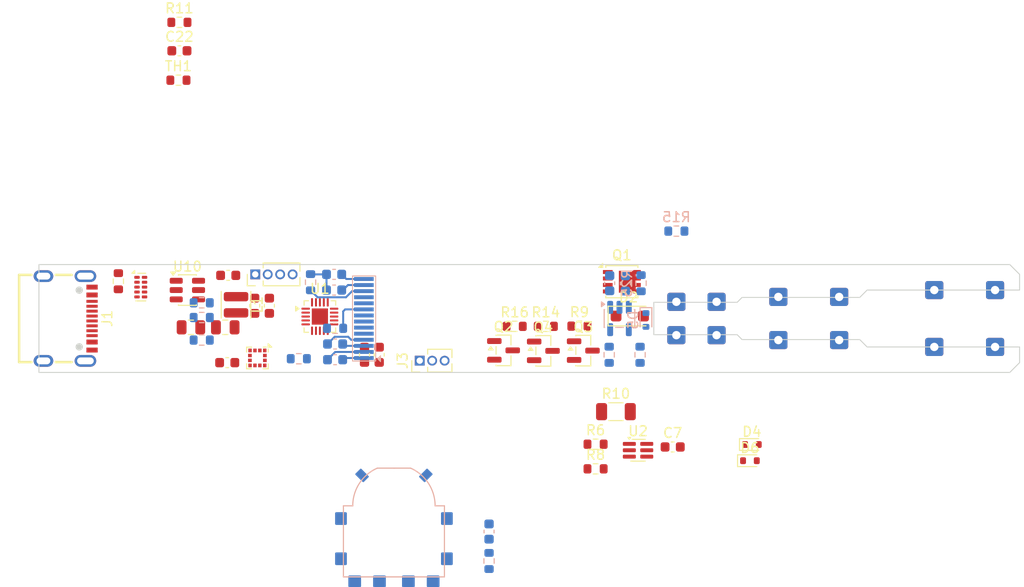
<source format=kicad_pcb>
(kicad_pcb
	(version 20241229)
	(generator "pcbnew")
	(generator_version "9.0")
	(general
		(thickness 1.6)
		(legacy_teardrops no)
	)
	(paper "A4")
	(layers
		(0 "F.Cu" signal)
		(4 "In1.Cu" signal)
		(6 "In2.Cu" signal)
		(2 "B.Cu" signal)
		(9 "F.Adhes" user "F.Adhesive")
		(11 "B.Adhes" user "B.Adhesive")
		(13 "F.Paste" user)
		(15 "B.Paste" user)
		(5 "F.SilkS" user "F.Silkscreen")
		(7 "B.SilkS" user "B.Silkscreen")
		(1 "F.Mask" user)
		(3 "B.Mask" user)
		(17 "Dwgs.User" user "User.Drawings")
		(19 "Cmts.User" user "User.Comments")
		(21 "Eco1.User" user "User.Eco1")
		(23 "Eco2.User" user "User.Eco2")
		(25 "Edge.Cuts" user)
		(27 "Margin" user)
		(31 "F.CrtYd" user "F.Courtyard")
		(29 "B.CrtYd" user "B.Courtyard")
		(35 "F.Fab" user)
		(33 "B.Fab" user)
		(39 "User.1" user)
		(41 "User.2" user)
		(43 "User.3" user)
		(45 "User.4" user)
	)
	(setup
		(stackup
			(layer "F.SilkS"
				(type "Top Silk Screen")
				(color "Black")
			)
			(layer "F.Paste"
				(type "Top Solder Paste")
			)
			(layer "F.Mask"
				(type "Top Solder Mask")
				(color "White")
				(thickness 0.01)
			)
			(layer "F.Cu"
				(type "copper")
				(thickness 0.035)
			)
			(layer "dielectric 1"
				(type "prepreg")
				(thickness 0.1)
				(material "FR4")
				(epsilon_r 4.5)
				(loss_tangent 0.02)
			)
			(layer "In1.Cu"
				(type "copper")
				(thickness 0.035)
			)
			(layer "dielectric 2"
				(type "core")
				(thickness 1.24)
				(material "FR4")
				(epsilon_r 4.5)
				(loss_tangent 0.02)
			)
			(layer "In2.Cu"
				(type "copper")
				(thickness 0.035)
			)
			(layer "dielectric 3"
				(type "prepreg")
				(thickness 0.1)
				(material "FR4")
				(epsilon_r 4.5)
				(loss_tangent 0.02)
			)
			(layer "B.Cu"
				(type "copper")
				(thickness 0.035)
			)
			(layer "B.Mask"
				(type "Bottom Solder Mask")
				(thickness 0.01)
			)
			(layer "B.Paste"
				(type "Bottom Solder Paste")
			)
			(layer "B.SilkS"
				(type "Bottom Silk Screen")
			)
			(copper_finish "None")
			(dielectric_constraints no)
		)
		(pad_to_mask_clearance 0)
		(allow_soldermask_bridges_in_footprints no)
		(tenting front back)
		(grid_origin 100.5 158.2)
		(pcbplotparams
			(layerselection 0x00000000_00000000_55555555_5755f5ff)
			(plot_on_all_layers_selection 0x00000000_00000000_00000000_00000000)
			(disableapertmacros no)
			(usegerberextensions no)
			(usegerberattributes yes)
			(usegerberadvancedattributes yes)
			(creategerberjobfile yes)
			(dashed_line_dash_ratio 12.000000)
			(dashed_line_gap_ratio 3.000000)
			(svgprecision 4)
			(plotframeref no)
			(mode 1)
			(useauxorigin no)
			(hpglpennumber 1)
			(hpglpenspeed 20)
			(hpglpendiameter 15.000000)
			(pdf_front_fp_property_popups yes)
			(pdf_back_fp_property_popups yes)
			(pdf_metadata yes)
			(pdf_single_document no)
			(dxfpolygonmode yes)
			(dxfimperialunits yes)
			(dxfusepcbnewfont yes)
			(psnegative no)
			(psa4output no)
			(plot_black_and_white yes)
			(sketchpadsonfab no)
			(plotpadnumbers no)
			(hidednponfab no)
			(sketchdnponfab yes)
			(crossoutdnponfab yes)
			(subtractmaskfromsilk no)
			(outputformat 1)
			(mirror no)
			(drillshape 1)
			(scaleselection 1)
			(outputdirectory "")
		)
	)
	(net 0 "")
	(net 1 "+3.3V")
	(net 2 "GND")
	(net 3 "VBUS")
	(net 4 "Net-(U10-SW)")
	(net 5 "Net-(U10-BST)")
	(net 6 "/BTN")
	(net 7 "/ENC_B")
	(net 8 "/VTIP")
	(net 9 "/TC_FB")
	(net 10 "/BOOTSEL")
	(net 11 "Net-(C27-Pad2)")
	(net 12 "/SCL")
	(net 13 "/DISP_NRST")
	(net 14 "/SDA")
	(net 15 "/ENC_A")
	(net 16 "/BLUE")
	(net 17 "Net-(Q2-B)")
	(net 18 "/D-")
	(net 19 "Net-(Q4-D)")
	(net 20 "/HEATER_ON")
	(net 21 "Net-(D5-K)")
	(net 22 "/CC2")
	(net 23 "/CC1")
	(net 24 "/LED_RING")
	(net 25 "/VBUS_FB")
	(net 26 "/CURR_FB")
	(net 27 "unconnected-(U1-PB12-Pad15)")
	(net 28 "unconnected-(U2-REF-Pad1)")
	(net 29 "Net-(J4-Pin_13)")
	(net 30 "Net-(J4-Pin_2)")
	(net 31 "Net-(J4-Pin_1)")
	(net 32 "Net-(J4-Pin_4)")
	(net 33 "Net-(J4-Pin_3)")
	(net 34 "Net-(J4-Pin_14)")
	(net 35 "Net-(U7--)")
	(net 36 "Net-(J1-SHIELD)")
	(net 37 "unconnected-(J4-Pin_6-Pad6)")
	(net 38 "Net-(J4-Pin_12)")
	(net 39 "/RED")
	(net 40 "unconnected-(U5-~{CS}-Pad10)")
	(net 41 "/JDP")
	(net 42 "/JDN")
	(net 43 "unconnected-(U3-NC-Pad6)")
	(net 44 "unconnected-(U3-NC-Pad10)")
	(net 45 "unconnected-(U3-NC-Pad7)")
	(net 46 "unconnected-(U3-NC-Pad9)")
	(net 47 "Net-(J4-Pin_9)")
	(net 48 "unconnected-(U1-PA4-Pad6)")
	(net 49 "Net-(Q4-G)")
	(net 50 "/NTC")
	(net 51 "Net-(D6-K)")
	(net 52 "unconnected-(U5-INT1-Pad5)")
	(net 53 "unconnected-(U5-INT2-Pad6)")
	(net 54 "unconnected-(U11-Pad0)")
	(net 55 "unconnected-(U1-PA5-Pad7)")
	(net 56 "Net-(Q1-G)")
	(net 57 "unconnected-(U11-Pad0)_1")
	(net 58 "unconnected-(U11-Pad0)_2")
	(net 59 "unconnected-(U11-Pad0)_3")
	(net 60 "unconnected-(U11-Pad0)_4")
	(net 61 "unconnected-(U11-Pad0)_5")
	(net 62 "unconnected-(U1-PA3-Pad5)")
	(footprint "Capacitor_SMD:C_0603_1608Metric" (layer "F.Cu") (at 165.125 165.8))
	(footprint "Connector_Wire:SolderWire-0.25sqmm_1x01_D0.65mm_OD1.7mm" (layer "F.Cu") (at 182.1 150.5 90))
	(footprint "Capacitor_SMD:C_0603_1608Metric" (layer "F.Cu") (at 122.5 151.4 -90))
	(footprint "Package_SON:USON-10_2.5x1.0mm_P0.5mm" (layer "F.Cu") (at 110.885 149.5))
	(footprint "Connector_Wire:SolderWire-0.25sqmm_1x01_D0.65mm_OD1.7mm" (layer "F.Cu") (at 169.6 154.4 90))
	(footprint "Connector_Wire:SolderWire-0.25sqmm_1x01_D0.65mm_OD1.7mm" (layer "F.Cu") (at 198 155.6 90))
	(footprint "Capacitor_SMD:C_0603_1608Metric" (layer "F.Cu") (at 135.2 156.4 -90))
	(footprint "Resistor_SMD:R_0603_1608Metric" (layer "F.Cu") (at 149.0125 153.5))
	(footprint "Inductor_SMD:L_Changjiang_FTC252012S" (layer "F.Cu") (at 120.6 151.3 -90))
	(footprint "Connector_Wire:SolderWire-0.25sqmm_1x01_D0.65mm_OD1.7mm" (layer "F.Cu") (at 165.5 151 90))
	(footprint "Connector_Wire:SolderWire-0.25sqmm_1x01_D0.65mm_OD1.7mm" (layer "F.Cu") (at 191.8 155.6 90))
	(footprint "Resistor_SMD:R_0603_1608Metric" (layer "F.Cu") (at 152.1875 153.5))
	(footprint "Connector_Wire:SolderWire-0.25sqmm_1x01_D0.65mm_OD1.7mm" (layer "F.Cu") (at 182.1 154.9 90))
	(footprint "Custom:USB-C-SMD_U263-163N-4GS1735" (layer "F.Cu") (at 103.439427 152.7 -90))
	(footprint "Diode_SMD:D_SOD-523" (layer "F.Cu") (at 173 167.2))
	(footprint "Connector_Wire:SolderWire-0.25sqmm_1x01_D0.65mm_OD1.7mm" (layer "F.Cu") (at 175.9 150.5 90))
	(footprint "Connector_Wire:SolderWire-0.25sqmm_1x01_D0.65mm_OD1.7mm" (layer "F.Cu") (at 175.9 154.9 90))
	(footprint "Resistor_SMD:R_0603_1608Metric" (layer "F.Cu") (at 157.2625 165.52))
	(footprint "Capacitor_SMD:C_0603_1608Metric" (layer "F.Cu") (at 133.7 156.4 -90))
	(footprint "Diode_SMD:D_SOD-123F" (layer "F.Cu") (at 160.75 152.45))
	(footprint "Connector_PinHeader_1.27mm:PinHeader_1x03_P1.27mm_Vertical" (layer "F.Cu") (at 139.33 157 90))
	(footprint "Package_SO:Vishay_PowerPAK_1212-8_Single" (layer "F.Cu") (at 159.9425 148.95))
	(footprint "Capacitor_SMD:C_0805_2012Metric" (layer "F.Cu") (at 119.5 153.6 180))
	(footprint "Package_DFN_QFN:QFN-20-1EP_3x3mm_P0.4mm_EP1.65x1.65mm" (layer "F.Cu") (at 129.15 152.5))
	(footprint "Package_LGA:LGA-12_2x2mm_P0.5mm" (layer "F.Cu") (at 122.7775 156.7225 -90))
	(footprint "Connector_Wire:SolderWire-0.25sqmm_1x01_D0.65mm_OD1.7mm" (layer "F.Cu") (at 198 149.8 90))
	(footprint "Connector_PinHeader_1.27mm:PinHeader_1x04_P1.27mm_Vertical" (layer "F.Cu") (at 122.56 148.2 90))
	(footprint "Connector_Wire:SolderWire-0.25sqmm_1x01_D0.65mm_OD1.7mm" (layer "F.Cu") (at 165.5 154.4 90))
	(footprint "Capacitor_SMD:C_0603_1608Metric" (layer "F.Cu") (at 119.7 157.2 180))
	(footprint "Resistor_SMD:R_0603_1608Metric" (layer "F.Cu") (at 157.2625 168.03))
	(footprint "Package_TO_SOT_SMD:SOT-23" (layer "F.Cu") (at 156.01 155.975))
	(footprint "Resistor_SMD:R_0603_1608Metric" (layer "F.Cu") (at 114.825 122.5))
	(footprint "Capacitor_SMD:C_0603_1608Metric" (layer "F.Cu") (at 124 151.4 -90))
	(footprint "Resistor_SMD:R_0603_1608Metric" (layer "F.Cu") (at 155.6125 153.48))
	(footprint "Connector_Wire:SolderWire-0.25sqmm_1x01_D0.65mm_OD1.7mm" (layer "F.Cu") (at 169.6 151 90))
	(footprint "Capacitor_SMD:C_0603_1608Metric" (layer "F.Cu") (at 119.8 148.3 180))
	(footprint "Connector_Wire:SolderWire-0.25sqmm_1x01_D0.65mm_OD1.7mm" (layer "F.Cu") (at 191.8 149.8 90))
	(footprint "Resistor_SMD:R_0603_1608Metric" (layer "F.Cu") (at 108.6 148.9 -90))
	(footprint "Capacitor_SMD:C_0603_1608Metric" (layer "F.Cu") (at 114.825 125.4))
	(footprint "Package_TO_SOT_SMD:TSOT-23-6" (layer "F.Cu") (at 115.6375 149.8))
	(footprint "Resistor_SMD:R_0603_1608Metric" (layer "F.Cu") (at 114.725 128.4))
	(footprint "Capacitor_SMD:C_0805_2012Metric" (layer "F.Cu") (at 116 153.6))
	(footprint "Package_TO_SOT_SMD:SOT-23" (layer "F.Cu") (at 151.9375 156))
	(footprint "Package_TO_SOT_SMD:SOT-23" (layer "F.Cu") (at 147.875 155.95))
	(footprint "Resistor_SMD:R_1206_3216Metric" (layer "F.Cu") (at 159.3375 162.2))
	(footprint "Diode_SMD:D_SOD-523"
		(layer "F.Cu")
		(uuid "f89e380c-a3c2-4f98-9eec-7be992a6feed")
		(at 173.2 165.55)
		(descr "http://www.diodes.com/datasheets/ap02001.pdf p.144")
		(tags "Diode SOD523")
		(property "Reference" "D4"
			(at 0 -1.3 0)
			(layer "F.SilkS")
			(uuid "5e6e0360-1c11-4d9f-8fe4-b6b6827ebfa0")
			(effects
				(font
					(size 1 1)
					(thickness 0.15)
				)
			)
		)
		(property "Value" "3.3V"
			(at 0 1.4 0)
			(layer "F.Fab")
			(uuid "6513ca04-9728-471e-ac5a-4757582dbfe3")
			(effects
				(font
					(size 1 1)
					(thickness 0.15)
				)
			)
		)
		(property "Datasheet" "~"
			(at 0 0 0)
			(unlocked yes)
			(layer "F.Fab")
			(hide yes)
			(uuid "a67f6c76-72fb-4813-9286-eb637b86f942")
			(effects
				(font
					(size 1.27 1.27)
					(thickness 0.15)
				)
			)
		)
		(property "Description" "Zener diode, small symbol"
			(at 0 0 0)
			(unlocked yes)
			(layer "F.Fab")
			(hide yes)
			(uuid "bbedda16-cca3-4fde-bd2a-830127cf3f55")
			(effects
				(font
					(size 1.27 1.27)
					(thickness 0.15)
				)
			)
		)
		(property ki_fp_filters "TO-???* *_Diode_* *SingleDiode* D_*")
		(path "/0f7e85c8-8d0d-4917-a996-c8894486bf27")
		(sheetname "/")
		(sheetfile "usbc_soldering_iron.kicad_sch")
		(attr smd)
		(fp_line
			(start -1.26 -0.6)
			(end -1.26 0.6)
			(stroke
				(width 0.12)
				(type solid)
			)
			(layer "F.SilkS")
			(uuid "620e21f7-1d01-4f1a-b3fe-575e8a479a58")
		)
		(fp_line
			(start 0.7 -0.6)
			(end -1.26 -0.6)
			(stroke
				(width 0.12)
				(type solid)
			)
			(layer "F.SilkS")
			(uuid "b5e19df6-9b1d-405d-8b5a-68840b5cedb3")
		)
		(fp_line
			(start 0.7 0.6)
			(end -1.26 0.6)
			(stroke
				(width 0.12)
				(type solid)
			)
			(layer "F.SilkS")
			(uuid "5c7e32fb-a6c3-45a6-9a5d-13bee7b7e431")
		)
		(fp_line
			(start -1.25 -0.7)
			(end 1.25 -0.7)
			(stroke
				(width 0.05)
				(type solid)
			)
			(layer "F.CrtYd")
			(uuid "1b472d4e-5e34-4d88-bea6-3c8d05298ec8")
		)
		(fp_line
			(start -1.25 0.7)
			(end -1.25 -0.7)
			(stroke
				(width 0.05)
				(type solid)
			)
			(layer "F.CrtYd")
			(uuid "5c89c886-d5f8-4be6-ba65-b2bdc67f31f4")
		)
		(fp_line
			(start 1.25 -0.7)
			(end 1.25 0.7)
			(stroke
				(width 0.05)
				(type solid)
			)
			(layer "F.CrtYd")
			(uuid "7af1cdcc-8249-4035-8ae6-16a616f35d73")
		)
		(fp_line
			(start 1.25 0.7)
			(end -1.25 0.7)
			(stroke
				(width 0.05)
				(type solid)
			)
			(layer "F.CrtYd")
			(uuid "e0e58db1-f5cb-4cf1-b547-da49bbff3588")
		)
		(fp_line
			(start -0.65 -0.45)
			(end 0.65 -0.45)
			(stroke
				(width 0.1)
				(type solid)
			)
			(layer "F.Fab")
			(uuid "83886b9f-2db4-455e-8605-518a6910bd86")
		)
		(fp_line
			(start -0.65 0.45)
			(end -0.65 -0.45)
			(stroke
				(width 0.1)
				(type solid)
			)
			(layer "F.Fab")
			(uuid "afdb8454-cfc6-456f-a562-d45474ec256a")
		)
		(fp_line
			(start -0.2 0)
			(end -0.35 0)
			(stroke
				(width 0.1)
				(type solid)
			)
			(layer "F.Fab")
			(uuid "129b0c58-eb91-4fe0-af1e-f62a2a5c7ba8")
		)
		(fp_line
			(start -0.2 0)
			(end 0.1 0.2)
			(stroke
				(width 0.1)
				(type solid)
			)
			(layer "F.Fab")
			(uu
... [121954 chars truncated]
</source>
